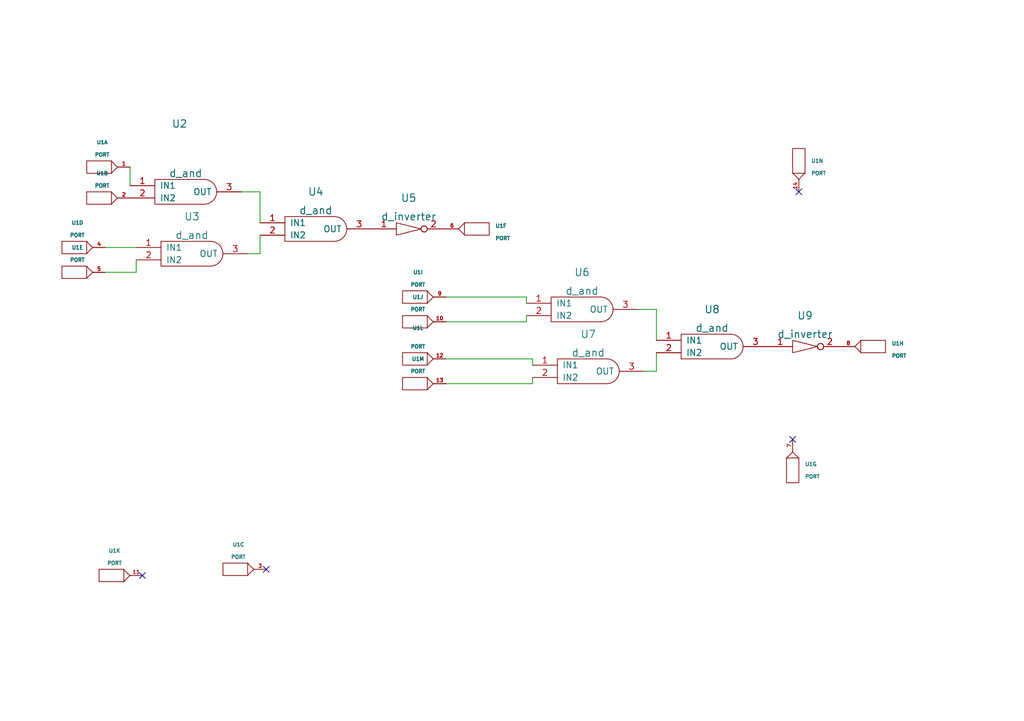
<source format=kicad_sch>
(kicad_sch (version 20211123) (generator eeschema)
  (paper "A5")
  (lib_symbols
    (symbol "eSim_Digital:d_and" (pin_names (offset 1.016))
      (property "Reference" "U" (at 0 0 0))
      (property "Value" "d_and" (at 1.27 2.54 0))
      (symbol "d_and_0_1"
        (polyline (pts (xy 3.81 -1.27) (xy -6.35 -1.27) (xy -6.35 3.81) (xy 3.81 3.81)))
        (arc (start 3.81 -1.27) (mid 5.5897 -0.5171) (end 6.35 1.27))
        (arc (start 6.35 1.27) (mid 5.5971 3.0497) (end 3.81 3.81))
      )
      (symbol "d_and_1_1"
        (pin input line (at -11.43 2.54 0) (length 5.08) (name "IN1") (number "1"))
        (pin input line (at -11.43 0 0) (length 5.08) (name "IN2") (number "2"))
        (pin output line (at 11.43 1.27 180) (length 5.08) (name "OUT") (number "3"))
      )
    )
    (symbol "eSim_Digital:d_inverter" (pin_names (offset 1.016))
      (property "Reference" "U" (at 0 -2.54 0))
      (property "Value" "d_inverter" (at 0 3.81 0))
      (symbol "d_inverter_0_1"
        (polyline (pts (xy -2.54 1.27) (xy -2.54 -1.27) (xy 2.54 0) (xy -2.54 1.27)))
      )
      (symbol "d_inverter_1_1"
        (pin input line (at -7.62 0 0) (length 5.08) (name "~") (number "1"))
        (pin output inverted (at 7.62 0 180) (length 5.08) (name "~") (number "2"))
      )
    )
    (symbol "eSim_Miscellaneous:PORT" (pin_names (offset 1.016))
      (property "Reference" "U" (at 1.27 2.54 0))
      (property "Value" "PORT" (at 0 0 0))
      (symbol "PORT_0_1"
        (rectangle (start -2.54 1.27) (end 2.54 -1.27))
        (arc (start 2.54 1.27) (mid 3.1355 0.5955) (end 3.81 0))
        (arc (start 3.81 0) (mid 3.1447 -0.6046) (end 2.54 -1.27))
      )
      (symbol "PORT_1_1"
        (pin bidirectional line (at 6.35 0 180) (length 2.54) (name "~") (number "1"))
      )
      (symbol "PORT_2_1"
        (pin bidirectional line (at 6.35 0 180) (length 2.54) (name "~") (number "2"))
      )
      (symbol "PORT_3_1"
        (pin bidirectional line (at 6.35 0 180) (length 2.54) (name "~") (number "3"))
      )
      (symbol "PORT_4_1"
        (pin bidirectional line (at 6.35 0 180) (length 2.54) (name "~") (number "4"))
      )
      (symbol "PORT_5_1"
        (pin bidirectional line (at 6.35 0 180) (length 2.54) (name "~") (number "5"))
      )
      (symbol "PORT_6_1"
        (pin bidirectional line (at 6.35 0 180) (length 2.54) (name "~") (number "6"))
      )
      (symbol "PORT_7_1"
        (pin bidirectional line (at 6.35 0 180) (length 2.54) (name "~") (number "7"))
      )
      (symbol "PORT_8_1"
        (pin bidirectional line (at 6.35 0 180) (length 2.54) (name "~") (number "8"))
      )
      (symbol "PORT_9_1"
        (pin bidirectional line (at 6.35 0 180) (length 2.54) (name "~") (number "9"))
      )
      (symbol "PORT_10_1"
        (pin bidirectional line (at 6.35 0 180) (length 2.54) (name "~") (number "10"))
      )
      (symbol "PORT_11_1"
        (pin bidirectional line (at 6.35 0 180) (length 2.54) (name "~") (number "11"))
      )
      (symbol "PORT_12_1"
        (pin bidirectional line (at 6.35 0 180) (length 2.54) (name "~") (number "12"))
      )
      (symbol "PORT_13_1"
        (pin bidirectional line (at 6.35 0 180) (length 2.54) (name "~") (number "13"))
      )
      (symbol "PORT_14_1"
        (pin bidirectional line (at 6.35 0 180) (length 2.54) (name "~") (number "14"))
      )
      (symbol "PORT_15_1"
        (pin bidirectional line (at 6.35 0 180) (length 2.54) (name "~") (number "15"))
      )
      (symbol "PORT_16_1"
        (pin bidirectional line (at 6.35 0 180) (length 2.54) (name "~") (number "16"))
      )
      (symbol "PORT_17_1"
        (pin bidirectional line (at 6.35 0 180) (length 2.54) (name "~") (number "17"))
      )
      (symbol "PORT_18_1"
        (pin bidirectional line (at 6.35 0 180) (length 2.54) (name "~") (number "18"))
      )
      (symbol "PORT_19_1"
        (pin bidirectional line (at 6.35 0 180) (length 2.54) (name "~") (number "19"))
      )
      (symbol "PORT_20_1"
        (pin bidirectional line (at 6.35 0 180) (length 2.54) (name "~") (number "20"))
      )
      (symbol "PORT_21_1"
        (pin bidirectional line (at 6.35 0 180) (length 2.54) (name "~") (number "21"))
      )
      (symbol "PORT_22_1"
        (pin bidirectional line (at 6.35 0 180) (length 2.54) (name "~") (number "22"))
      )
      (symbol "PORT_23_1"
        (pin bidirectional line (at 6.35 0 180) (length 2.54) (name "~") (number "23"))
      )
      (symbol "PORT_24_1"
        (pin bidirectional line (at 6.35 0 180) (length 2.54) (name "~") (number "24"))
      )
      (symbol "PORT_25_1"
        (pin bidirectional line (at 6.35 0 180) (length 2.54) (name "~") (number "25"))
      )
      (symbol "PORT_26_1"
        (pin bidirectional line (at 6.35 0 180) (length 2.54) (name "~") (number "26"))
      )
    )
  )
  (no_connect (at 29.21 118.11))
  (no_connect (at 54.61 116.84))
  (no_connect (at 163.83 39.37))
  (no_connect (at 162.56 90.17))
  (wire (pts (xy 26.67 34.29) (xy 26.67 38.1)))
  (wire (pts (xy 107.95 60.96) (xy 107.95 62.23)))
  (wire (pts (xy 91.44 66.04) (xy 107.95 66.04)))
  (wire (pts (xy 134.62 76.2) (xy 134.62 72.39)))
  (wire (pts (xy 91.44 78.74) (xy 109.22 78.74)))
  (wire (pts (xy 50.8 52.07) (xy 53.34 52.07)))
  (wire (pts (xy 109.22 73.66) (xy 109.22 74.93)))
  (wire (pts (xy 107.95 66.04) (xy 107.95 64.77)))
  (wire (pts (xy 91.44 60.96) (xy 107.95 60.96)))
  (wire (pts (xy 27.94 55.88) (xy 21.59 55.88)))
  (wire (pts (xy 53.34 39.37) (xy 53.34 45.72)))
  (wire (pts (xy 132.08 76.2) (xy 134.62 76.2)))
  (wire (pts (xy 91.44 73.66) (xy 109.22 73.66)))
  (wire (pts (xy 53.34 52.07) (xy 53.34 48.26)))
  (wire (pts (xy 130.81 63.5) (xy 134.62 63.5)))
  (wire (pts (xy 27.94 53.34) (xy 27.94 55.88)))
  (wire (pts (xy 27.94 50.8) (xy 21.59 50.8)))
  (wire (pts (xy 109.22 78.74) (xy 109.22 77.47)))
  (wire (pts (xy 49.53 39.37) (xy 53.34 39.37)))
  (wire (pts (xy 134.62 63.5) (xy 134.62 69.85)))
  (symbol (lib_id "eSim_Miscellaneous:PORT") (at 48.26 116.84 0) (unit 3)
    (property "Reference" "U1" (at 48.895 111.76 0) (effects (font (size 0.762 0.762))))
    (property "Value" "PORT" (at 48.895 114.3 0) (effects (font (size 0.762 0.762))))
  )
  (symbol (lib_id "eSim_Miscellaneous:PORT") (at 85.09 66.04 0) (unit 10)
    (property "Reference" "U1" (at 85.725 60.96 0) (effects (font (size 0.762 0.762))))
    (property "Value" "PORT" (at 85.725 63.5 0) (effects (font (size 0.762 0.762))))
  )
  (symbol (lib_id "eSim_Miscellaneous:PORT") (at 163.83 33.02 270) (unit 14)
    (property "Reference" "U1" (at 166.37 33.02 90) (effects (font (size 0.762 0.762)) (justify left)))
    (property "Value" "PORT" (at 166.37 35.56 90) (effects (font (size 0.762 0.762)) (justify left)))
  )
  (symbol (lib_id "eSim_Digital:d_inverter") (at 165.1 71.12 0) (unit 1)
    (property "Reference" "U9" (at 165.1 64.77 0) (effects (font (size 1.524 1.524))))
    (property "Value" "d_inverter" (at 165.1 68.58 0) (effects (font (size 1.524 1.524))))
  )
  (symbol (lib_id "eSim_Miscellaneous:PORT") (at 20.32 40.64 0) (unit 2)
    (property "Reference" "U1" (at 20.955 35.56 0) (effects (font (size 0.762 0.762))))
    (property "Value" "PORT" (at 20.955 38.1 0) (effects (font (size 0.762 0.762))))
  )
  (symbol (lib_id "eSim_Miscellaneous:PORT") (at 20.32 34.29 0) (unit 1)
    (property "Reference" "U1" (at 20.955 29.21 0) (effects (font (size 0.762 0.762))))
    (property "Value" "PORT" (at 20.955 31.75 0) (effects (font (size 0.762 0.762))))
  )
  (symbol (lib_id "eSim_Digital:d_and") (at 120.65 77.47 0) (unit 1)
    (property "Reference" "U7" (at 120.65 68.58 0) (effects (font (size 1.524 1.524))))
    (property "Value" "d_and" (at 120.65 72.39 0) (effects (font (size 1.524 1.524))))
  )
  (symbol (lib_id "eSim_Miscellaneous:PORT") (at 22.86 118.11 0) (unit 11)
    (property "Reference" "U1" (at 23.495 113.03 0) (effects (font (size 0.762 0.762))))
    (property "Value" "PORT" (at 23.495 115.57 0) (effects (font (size 0.762 0.762))))
  )
  (symbol (lib_id "eSim_Miscellaneous:PORT") (at 15.24 55.88 0) (unit 5)
    (property "Reference" "U1" (at 15.875 50.8 0) (effects (font (size 0.762 0.762))))
    (property "Value" "PORT" (at 15.875 53.34 0) (effects (font (size 0.762 0.762))))
  )
  (symbol (lib_id "eSim_Miscellaneous:PORT") (at 85.09 78.74 0) (unit 13)
    (property "Reference" "U1" (at 85.725 73.66 0) (effects (font (size 0.762 0.762))))
    (property "Value" "PORT" (at 85.725 76.2 0) (effects (font (size 0.762 0.762))))
  )
  (symbol (lib_id "eSim_Digital:d_and") (at 146.05 72.39 0) (unit 1)
    (property "Reference" "U8" (at 146.05 63.5 0) (effects (font (size 1.524 1.524))))
    (property "Value" "d_and" (at 146.05 67.31 0) (effects (font (size 1.524 1.524))))
  )
  (symbol (lib_id "eSim_Digital:d_and") (at 39.37 53.34 0) (unit 1)
    (property "Reference" "U3" (at 39.37 44.45 0) (effects (font (size 1.524 1.524))))
    (property "Value" "d_and" (at 39.37 48.26 0) (effects (font (size 1.524 1.524))))
  )
  (symbol (lib_id "eSim_Miscellaneous:PORT") (at 97.79 46.99 180) (unit 6)
    (property "Reference" "U1" (at 101.6 46.355 0) (effects (font (size 0.762 0.762)) (justify right)))
    (property "Value" "PORT" (at 101.6 48.895 0) (effects (font (size 0.762 0.762)) (justify right)))
  )
  (symbol (lib_id "eSim_Miscellaneous:PORT") (at 179.07 71.12 180) (unit 8)
    (property "Reference" "U1" (at 182.88 70.485 0) (effects (font (size 0.762 0.762)) (justify right)))
    (property "Value" "PORT" (at 182.88 73.025 0) (effects (font (size 0.762 0.762)) (justify right)))
  )
  (symbol (lib_id "eSim_Miscellaneous:PORT") (at 15.24 50.8 0) (unit 4)
    (property "Reference" "U1" (at 15.875 45.72 0) (effects (font (size 0.762 0.762))))
    (property "Value" "PORT" (at 15.875 48.26 0) (effects (font (size 0.762 0.762))))
  )
  (symbol (lib_id "eSim_Digital:d_and") (at 64.77 48.26 0) (unit 1)
    (property "Reference" "U4" (at 64.77 39.37 0) (effects (font (size 1.524 1.524))))
    (property "Value" "d_and" (at 64.77 43.18 0) (effects (font (size 1.524 1.524))))
  )
  (symbol (lib_id "eSim_Digital:d_inverter") (at 83.82 46.99 0) (unit 1)
    (property "Reference" "U5" (at 83.82 40.64 0) (effects (font (size 1.524 1.524))))
    (property "Value" "d_inverter" (at 83.82 44.45 0) (effects (font (size 1.524 1.524))))
  )
  (symbol (lib_id "eSim_Miscellaneous:PORT") (at 162.56 96.52 90) (unit 7)
    (property "Reference" "U1" (at 165.1 95.25 90) (effects (font (size 0.762 0.762)) (justify right)))
    (property "Value" "PORT" (at 165.1 97.79 90) (effects (font (size 0.762 0.762)) (justify right)))
  )
  (symbol (lib_id "eSim_Digital:d_and") (at 38.1 40.64 0) (unit 1)
    (property "Reference" "U2" (at 36.83 25.4 0) (effects (font (size 1.524 1.524))))
    (property "Value" "d_and" (at 38.1 35.56 0) (effects (font (size 1.524 1.524))))
  )
  (symbol (lib_id "eSim_Miscellaneous:PORT") (at 85.09 60.96 0) (unit 9)
    (property "Reference" "U1" (at 85.725 55.88 0) (effects (font (size 0.762 0.762))))
    (property "Value" "PORT" (at 85.725 58.42 0) (effects (font (size 0.762 0.762))))
  )
  (symbol (lib_id "eSim_Digital:d_and") (at 119.38 64.77 0) (unit 1)
    (property "Reference" "U6" (at 119.38 55.88 0) (effects (font (size 1.524 1.524))))
    (property "Value" "d_and" (at 119.38 59.69 0) (effects (font (size 1.524 1.524))))
  )
  (symbol (lib_id "eSim_Miscellaneous:PORT") (at 85.09 73.66 0) (unit 12)
    (property "Reference" "U1" (at 85.725 67.31 0) (effects (font (size 0.762 0.762))))
    (property "Value" "PORT" (at 85.725 71.12 0) (effects (font (size 0.762 0.762))))
  )
)
</source>
